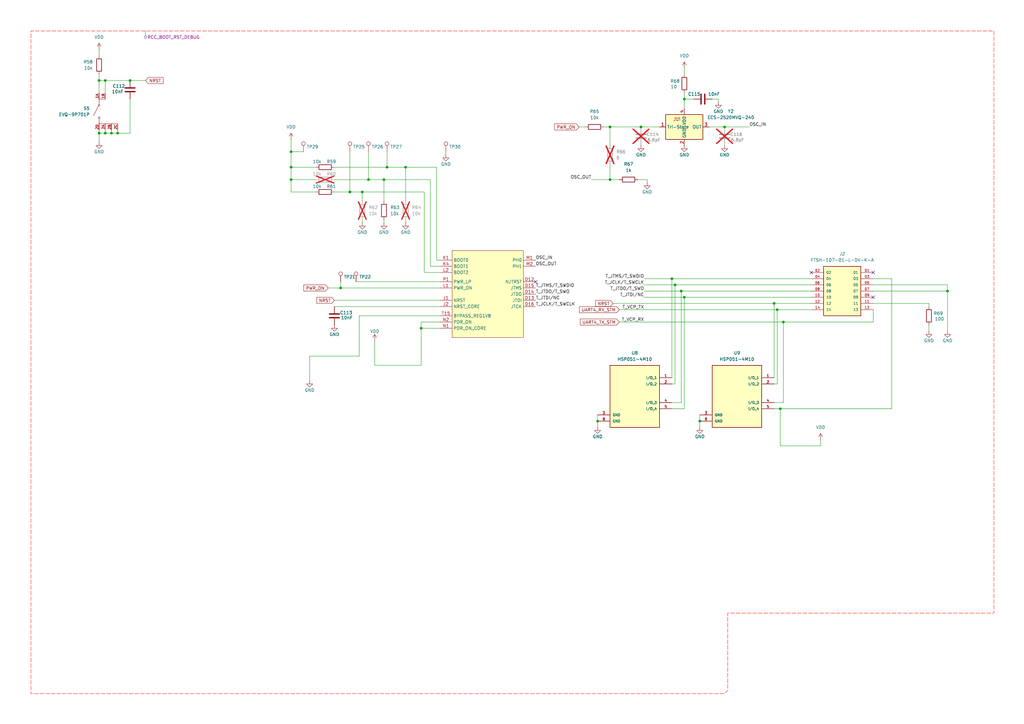
<source format=kicad_sch>
(kicad_sch (version 20250114) (generator "eeschema") (generator_version "9.0")
  (paper "A3")
  (title_block (comment 1 "Author: Mykola Grodskyi"))
  (junction (at 297.18 52.07))
  (junction (at 151.13 73.66))
  (junction (at 321.31 132.08))
  (junction (at 158.75 68.58))
  (junction (at 275.59 114.3))
  (junction (at 43.18 33.02))
  (junction (at 119.38 73.66))
  (junction (at 139.7 118.11))
  (junction (at 48.26 54.61))
  (junction (at 317.5 124.46))
  (junction (at 148.59 78.74))
  (junction (at 262.89 52.07))
  (junction (at 143.51 78.74))
  (junction (at 287.02 172.72))
  (junction (at 119.38 62.23))
  (junction (at 245.11 172.72))
  (junction (at 250.19 73.66))
  (junction (at 45.72 54.61))
  (junction (at 172.72 134.62))
  (junction (at 388.62 119.38))
  (junction (at 280.67 121.92))
  (junction (at 166.37 68.58))
  (junction (at 250.19 52.07))
  (junction (at 119.38 68.58))
  (junction (at 53.34 33.02))
  (junction (at 40.64 33.02))
  (junction (at 280.67 40.64))
  (junction (at 40.64 54.61))
  (junction (at 43.18 54.61))
  (junction (at 279.4 119.38))
  (junction (at 157.48 73.66))
  (junction (at 320.04 167.64))
  (junction (at 276.86 116.84))
  (junction (at 318.77 127))
  (no_connect (at 219.71 115.57))
  (no_connect (at 358.14 121.92))
  (no_connect (at 358.14 111.76))
  (no_connect (at 332.74 111.76))
  (wire (pts (xy 264.16 116.84) (xy 276.86 116.84)))
  (wire (pts (xy 250.19 67.31) (xy 250.19 73.66)))
  (wire (pts (xy 292.1 40.64) (xy 294.64 40.64)))
  (wire (pts (xy 317.5 157.48) (xy 318.77 157.48)))
  (wire (pts (xy 388.62 119.38) (xy 388.62 116.84)))
  (wire (pts (xy 317.5 124.46) (xy 317.5 154.94)))
  (wire (pts (xy 137.16 68.58) (xy 158.75 68.58)))
  (wire (pts (xy 53.34 33.02) (xy 59.69 33.02)))
  (wire (pts (xy 48.26 53.34) (xy 48.26 54.61)))
  (wire (pts (xy 247.65 52.07) (xy 250.19 52.07)))
  (wire (pts (xy 166.37 91.44) (xy 166.37 90.17)))
  (wire (pts (xy 264.16 121.92) (xy 280.67 121.92)))
  (wire (pts (xy 148.59 78.74) (xy 173.99 78.74)))
  (wire (pts (xy 147.32 146.05) (xy 147.32 129.54)))
  (wire (pts (xy 180.34 111.76) (xy 173.99 111.76)))
  (wire (pts (xy 358.14 114.3) (xy 365.76 114.3)))
  (wire (pts (xy 264.16 119.38) (xy 279.4 119.38)))
  (wire (pts (xy 53.34 54.61) (xy 53.34 40.64)))
  (wire (pts (xy 127 146.05) (xy 127 156.21)))
  (wire (pts (xy 43.18 38.1) (xy 43.18 33.02)))
  (wire (pts (xy 250.19 52.07) (xy 262.89 52.07)))
  (wire (pts (xy 40.64 54.61) (xy 40.64 58.42)))
  (wire (pts (xy 275.59 114.3) (xy 332.74 114.3)))
  (wire (pts (xy 137.16 78.74) (xy 143.51 78.74)))
  (wire (pts (xy 254 127) (xy 318.77 127)))
  (wire (pts (xy 151.13 73.66) (xy 157.48 73.66)))
  (wire (pts (xy 321.31 132.08) (xy 358.14 132.08)))
  (wire (pts (xy 317.5 167.64) (xy 320.04 167.64)))
  (wire (pts (xy 139.7 118.11) (xy 180.34 118.11)))
  (wire (pts (xy 254 73.66) (xy 250.19 73.66)))
  (wire (pts (xy 134.62 118.11) (xy 139.7 118.11)))
  (wire (pts (xy 320.04 182.88) (xy 320.04 167.64)))
  (wire (pts (xy 40.64 53.34) (xy 40.64 54.61)))
  (wire (pts (xy 172.72 132.08) (xy 172.72 134.62)))
  (wire (pts (xy 318.77 127) (xy 332.74 127)))
  (wire (pts (xy 40.64 33.02) (xy 40.64 38.1)))
  (wire (pts (xy 172.72 132.08) (xy 180.34 132.08)))
  (wire (pts (xy 275.59 114.3) (xy 275.59 154.94)))
  (wire (pts (xy 279.4 119.38) (xy 332.74 119.38)))
  (wire (pts (xy 147.32 129.54) (xy 180.34 129.54)))
  (wire (pts (xy 280.67 121.92) (xy 280.67 167.64)))
  (wire (pts (xy 245.11 170.18) (xy 245.11 172.72)))
  (wire (pts (xy 388.62 119.38) (xy 388.62 135.89)))
  (wire (pts (xy 172.72 134.62) (xy 172.72 149.86)))
  (wire (pts (xy 280.67 40.64) (xy 284.48 40.64)))
  (wire (pts (xy 381 135.89) (xy 381 133.35)))
  (wire (pts (xy 40.64 30.48) (xy 40.64 33.02)))
  (wire (pts (xy 43.18 54.61) (xy 45.72 54.61)))
  (wire (pts (xy 280.67 38.1) (xy 280.67 40.64)))
  (wire (pts (xy 275.59 165.1) (xy 279.4 165.1)))
  (wire (pts (xy 176.53 109.22) (xy 180.34 109.22)))
  (wire (pts (xy 40.64 54.61) (xy 43.18 54.61)))
  (wire (pts (xy 119.38 73.66) (xy 119.38 78.74)))
  (wire (pts (xy 173.99 111.76) (xy 173.99 78.74)))
  (wire (pts (xy 320.04 167.64) (xy 365.76 167.64)))
  (wire (pts (xy 381 125.73) (xy 381 124.46)))
  (wire (pts (xy 275.59 167.64) (xy 280.67 167.64)))
  (wire (pts (xy 320.04 182.88) (xy 336.55 182.88)))
  (wire (pts (xy 143.51 78.74) (xy 148.59 78.74)))
  (wire (pts (xy 43.18 33.02) (xy 53.34 33.02)))
  (wire (pts (xy 358.14 119.38) (xy 388.62 119.38)))
  (wire (pts (xy 242.57 73.66) (xy 250.19 73.66)))
  (wire (pts (xy 157.48 73.66) (xy 157.48 82.55)))
  (wire (pts (xy 358.14 116.84) (xy 388.62 116.84)))
  (wire (pts (xy 287.02 170.18) (xy 287.02 172.72)))
  (wire (pts (xy 45.72 53.34) (xy 45.72 54.61)))
  (wire (pts (xy 280.67 40.64) (xy 280.67 44.45)))
  (wire (pts (xy 321.31 132.08) (xy 321.31 165.1)))
  (wire (pts (xy 365.76 167.64) (xy 365.76 114.3)))
  (wire (pts (xy 280.67 27.94) (xy 280.67 30.48)))
  (wire (pts (xy 119.38 68.58) (xy 129.54 68.58)))
  (wire (pts (xy 336.55 180.34) (xy 336.55 182.88)))
  (wire (pts (xy 151.13 62.23) (xy 151.13 73.66)))
  (wire (pts (xy 157.48 73.66) (xy 176.53 73.66)))
  (wire (pts (xy 265.43 74.93) (xy 265.43 73.66)))
  (wire (pts (xy 48.26 54.61) (xy 53.34 54.61)))
  (wire (pts (xy 166.37 68.58) (xy 166.37 82.55)))
  (wire (pts (xy 182.88 63.5) (xy 182.88 62.23)))
  (wire (pts (xy 176.53 73.66) (xy 176.53 109.22)))
  (wire (pts (xy 275.59 157.48) (xy 276.86 157.48)))
  (wire (pts (xy 318.77 127) (xy 318.77 157.48)))
  (wire (pts (xy 290.83 52.07) (xy 297.18 52.07)))
  (wire (pts (xy 358.14 124.46) (xy 381 124.46)))
  (wire (pts (xy 45.72 54.61) (xy 48.26 54.61)))
  (wire (pts (xy 119.38 62.23) (xy 119.38 68.58)))
  (wire (pts (xy 139.7 115.57) (xy 139.7 118.11)))
  (wire (pts (xy 280.67 121.92) (xy 332.74 121.92)))
  (wire (pts (xy 279.4 119.38) (xy 279.4 165.1)))
  (wire (pts (xy 358.14 132.08) (xy 358.14 127)))
  (wire (pts (xy 119.38 68.58) (xy 119.38 73.66)))
  (wire (pts (xy 172.72 134.62) (xy 180.34 134.62)))
  (wire (pts (xy 180.34 106.68) (xy 179.07 106.68)))
  (wire (pts (xy 287.02 172.72) (xy 287.02 175.26)))
  (wire (pts (xy 143.51 62.23) (xy 143.51 78.74)))
  (wire (pts (xy 158.75 68.58) (xy 166.37 68.58)))
  (wire (pts (xy 119.38 73.66) (xy 129.54 73.66)))
  (wire (pts (xy 317.5 165.1) (xy 321.31 165.1)))
  (wire (pts (xy 119.38 78.74) (xy 129.54 78.74)))
  (wire (pts (xy 40.64 20.32) (xy 40.64 22.86)))
  (wire (pts (xy 137.16 123.19) (xy 180.34 123.19)))
  (wire (pts (xy 153.67 149.86) (xy 172.72 149.86)))
  (wire (pts (xy 317.5 124.46) (xy 332.74 124.46)))
  (wire (pts (xy 146.05 115.57) (xy 180.34 115.57)))
  (wire (pts (xy 276.86 116.84) (xy 332.74 116.84)))
  (wire (pts (xy 179.07 106.68) (xy 179.07 68.58)))
  (wire (pts (xy 43.18 53.34) (xy 43.18 54.61)))
  (wire (pts (xy 153.67 139.7) (xy 153.67 149.86)))
  (wire (pts (xy 251.46 124.46) (xy 317.5 124.46)))
  (wire (pts (xy 264.16 114.3) (xy 275.59 114.3)))
  (wire (pts (xy 119.38 57.15) (xy 119.38 62.23)))
  (wire (pts (xy 148.59 91.44) (xy 148.59 90.17)))
  (wire (pts (xy 137.16 73.66) (xy 151.13 73.66)))
  (wire (pts (xy 119.38 62.23) (xy 124.46 62.23)))
  (wire (pts (xy 179.07 68.58) (xy 166.37 68.58)))
  (wire (pts (xy 157.48 91.44) (xy 157.48 90.17)))
  (wire (pts (xy 158.75 62.23) (xy 158.75 68.58)))
  (wire (pts (xy 254 132.08) (xy 321.31 132.08)))
  (wire (pts (xy 40.64 33.02) (xy 43.18 33.02)))
  (wire (pts (xy 180.34 125.73) (xy 137.16 125.73)))
  (wire (pts (xy 250.19 52.07) (xy 250.19 59.69)))
  (wire (pts (xy 297.18 52.07) (xy 307.34 52.07)))
  (wire (pts (xy 127 146.05) (xy 147.32 146.05)))
  (wire (pts (xy 148.59 78.74) (xy 148.59 82.55)))
  (wire (pts (xy 265.43 73.66) (xy 261.62 73.66)))
  (wire (pts (xy 237.49 52.07) (xy 240.03 52.07)))
  (wire (pts (xy 245.11 172.72) (xy 245.11 175.26)))
  (wire (pts (xy 276.86 116.84) (xy 276.86 157.48)))
  (wire (pts (xy 294.64 41.91) (xy 294.64 40.64)))
  (wire (pts (xy 262.89 52.07) (xy 270.51 52.07)))
  (label "OSC_OUT" (at 219.71 109.22 0))
  (label "T_JTDO{slash}T_SWO" (at 219.71 120.65 0))
  (label "T_VCP_TX" (at 264.16 127 180))
  (label "T_JTMS{slash}T_SWDIO" (at 219.71 118.11 0))
  (label "T_JTDI{slash}NC" (at 264.16 121.92 180))
  (label "T_JTDO{slash}T_SWO" (at 264.16 119.38 180))
  (label "T_JCLK{slash}T_SWCLK" (at 264.16 116.84 180))
  (label "T_JTMS{slash}T_SWDIO" (at 264.16 114.3 180))
  (label "OSC_IN" (at 219.71 106.68 0))
  (label "T_JCLK{slash}T_SWCLK" (at 219.71 125.73 0))
  (label "T_VCP_RX" (at 264.16 132.08 180))
  (label "T_JTDI{slash}NC" (at 219.71 123.19 0))
  (label "OSC_IN" (at 307.34 52.07 0))
  (label "OSC_OUT" (at 242.57 73.66 180))
  (global_label "UART4_TX_STM" (shape input) (at 254 132.08 180) (property "Intersheetrefs" "${INTERSHEET_REFS}" (effects (hide yes))))
  (global_label "PWR_ON" (shape input) (at 134.62 118.11 180) (property "Intersheetrefs" "${INTERSHEET_REFS}" (effects (hide yes))))
  (global_label "NRST" (shape input) (at 137.16 123.19 180) (property "Intersheetrefs" "${INTERSHEET_REFS}" (effects (hide yes))))
  (global_label "NRST" (shape input) (at 251.46 124.46 180) (property "Intersheetrefs" "${INTERSHEET_REFS}" (effects (hide yes))))
  (global_label "NRST" (shape input) (at 59.69 33.02 0) (property "Intersheetrefs" "${INTERSHEET_REFS}" (effects (hide yes))))
  (global_label "UART4_RX_STM" (shape input) (at 254 127 180) (property "Intersheetrefs" "${INTERSHEET_REFS}" (effects (hide yes))))
  (global_label "PWR_ON" (shape input) (at 237.49 52.07 180) (property "Intersheetrefs" "${INTERSHEET_REFS}" (effects (hide yes))))
  (rule_area (polyline (pts (xy 407.67 12.7) (xy 407.67 251.46) (xy 298.45 251.46) (xy 298.45 283.21) (xy 297.18 284.48) (xy 12.7 284.48) (xy 12.7 12.7)) (stroke (width 0) (type dash))))
  (netclass_flag "" (length 2.54) (shape round) (at 59.69 12.7 180) (property "Netclass" "RCC_BOOT_RST_DEBUG" (at 60.3885 15.24 0) (effects (justify left))))
  (symbol (lib_id "Connector:TestPoint") (at 158.75 62.23 0) (unit 1)
    (property "Reference" "TP27" (at 160.02 60.198 0) (effects (justify left)))
    (property "Value" "TestPoint" (effects (hide yes)))
    (property "Footprint" "lib:TP_0.5" (effects (hide yes)))
    (property "Description" "test point" (effects (hide yes)))
  )
  (symbol (lib_id "Connector:TestPoint") (at 139.7 115.57 0) (unit 1)
    (property "Reference" "TP21" (at 140.97 113.538 0) (effects (justify left)))
    (property "Value" "TestPoint" (effects (hide yes)))
    (property "Footprint" "lib:TP_0.5" (effects (hide yes)))
    (property "Description" "test point" (effects (hide yes)))
  )
  (symbol (lib_id "Device:R") (at 257.81 73.66 90) (unit 1)
    (property "Reference" "R67" (at 257.81 67.31 90))
    (property "Value" "1k" (at 257.81 69.85 90))
    (property "Footprint" "Resistor_SMD:R_0402_1005Metric" (effects (hide yes)))
    (property "Description" "Resistor" (effects (hide yes)))
    (property "LCSC Part #" "C11702" (effects (hide yes)))
  )
  (symbol (lib_id "EVQ-9P701P:EVQ-9P701P") (at 40.64 45.72 90) (mirror x) (unit 1)
    (property "Reference" "S5" (at 36.83 44.4499 90) (effects (justify left)))
    (property "Value" "EVQ-9P701P" (at 36.83 46.9899 90) (effects (justify left)))
    (property "Footprint" "lib:SW_EVQ-9P701P" (effects (hide yes)))
    (property "MF" "Panasonic Electronic Components" (effects (hide yes)))
    (property "MAXIMUM_PACKAGE_HEIGHT" "1.35mm" (effects (hide yes)))
    (property "Package" "None" (effects (hide yes)))
    (property "Price" "None" (effects (hide yes)))
    (property "Check_prices" "https://www.snapeda.com/parts/EVQ-9P701P/Panasonic+Electronic+Components/view-part/?ref=eda" (effects (hide yes)))
    (property "STANDARD" "Manufacturer Recommendations" (effects (hide yes)))
    (property "PARTREV" "N/A" (effects (hide yes)))
    (property "SnapEDA_Link" "https://www.snapeda.com/parts/EVQ-9P701P/Panasonic+Electronic+Components/view-part/?ref=snap" (effects (hide yes)))
    (property "MP" "EVQ-9P701P" (effects (hide yes)))
    (property "Description_1" "Tactile Switch SPST-NO Side Actuated Surface Mount, Right Angle" (effects (hide yes)))
    (property "Availability" "In Stock" (effects (hide yes)))
    (property "MANUFACTURER" "Panasonic" (effects (hide yes)))
  )
  (symbol (lib_id "power:GND") (at 294.64 41.91 0) (unit 1)
    (property "Reference" "#PWR0144" (effects (hide yes)))
    (property "Value" "GND" (at 294.64 45.72 0))
    (property "Description" "Power symbol creates a global label with name \"GND\" , ground" (effects (hide yes)))
  )
  (symbol (lib_id "power:GND") (at 388.62 135.89 0) (mirror y) (unit 1)
    (property "Reference" "#PWR0148" (effects (hide yes)))
    (property "Value" "GND" (at 388.62 139.7 0))
    (property "Description" "Power symbol creates a global label with name \"GND\" , ground" (effects (hide yes)))
  )
  (symbol (lib_id "HSP051-4M10:HSP051-4M10") (at 260.35 162.56 0) (mirror y) (unit 1)
    (property "Reference" "U8" (at 260.35 144.78 0))
    (property "Value" "HSP051-4M10" (at 260.35 147.32 0))
    (property "Footprint" "lib:IC_HSP051-4M10" (effects (hide yes)))
    (property "MF" "STMicroelectronics" (effects (hide yes)))
    (property "MAXIMUM_PACKAGE_HEIGHT" "0.5mm" (effects (hide yes)))
    (property "Package" "UQFN-10 STMicroelectronics" (effects (hide yes)))
    (property "Description_1" "10V Clamp 1A (8/20µs) Ipp Tvs Diode Surface Mount 10-UQFN (2.5x1)" (effects (hide yes)))
    (property "MANUFACTURER" "STMicroelectronics" (effects (hide yes)))
    (property "Mouser P/N" "511-HSP051-4M10" (effects (hide yes)))
    (property "LCSC Part #" "C1973641" (effects (hide yes)))
    (property "REC P/N" " HSP051-4M10" (effects (hide yes)))
  )
  (symbol (lib_id "power:GND") (at 297.18 59.69 0) (unit 1)
    (property "Reference" "#PWR0145" (effects (hide yes)))
    (property "Value" "GND" (at 297.18 63.5 0))
    (property "Description" "Power symbol creates a global label with name \"GND\" , ground" (effects (hide yes)))
  )
  (symbol (lib_id "Device:R") (at 40.64 26.67 0) (mirror x) (unit 1)
    (property "Reference" "R58" (at 38.1 25.3999 0) (effects (justify right)))
    (property "Value" "10k" (at 38.1 27.9399 0) (effects (justify right)))
    (property "Footprint" "Resistor_SMD:R_0402_1005Metric" (effects (hide yes)))
    (property "Description" "Resistor" (effects (hide yes)))
    (property "LCSC Part #" "C25744" (effects (hide yes)))
  )
  (symbol (lib_id "Device:R") (at 157.48 86.36 0) (unit 1)
    (property "Reference" "R63" (at 160.02 85.0899 0) (effects (justify left)))
    (property "Value" "10k" (at 160.02 87.6299 0) (effects (justify left)))
    (property "Footprint" "Resistor_SMD:R_0402_1005Metric" (effects (hide yes)))
    (property "Description" "Resistor" (effects (hide yes)))
    (property "LCSC Part #" "C25744" (effects (hide yes)))
  )
  (symbol (lib_id "power:+36V") (at 280.67 27.94 0) (unit 1)
    (property "Reference" "#PWR0141" (effects (hide yes)))
    (property "Value" "VDD" (at 280.67 22.86 0))
    (property "Description" "Power symbol creates a global label with name \"+36V\"" (effects (hide yes)))
  )
  (symbol (lib_id "power:+36V") (at 336.55 180.34 0) (mirror y) (unit 1)
    (property "Reference" "#PWR0147" (effects (hide yes)))
    (property "Value" "VDD" (at 336.55 175.26 0))
    (property "Description" "Power symbol creates a global label with name \"+36V\"" (effects (hide yes)))
  )
  (symbol (lib_id "power:GND") (at 127 156.21 0) (unit 1)
    (property "Reference" "#PWR0132" (effects (hide yes)))
    (property "Value" "GND" (at 127 160.02 0))
    (property "Description" "Power symbol creates a global label with name \"GND\" , ground" (effects (hide yes)))
  )
  (symbol (lib_id "Connector:TestPoint") (at 143.51 62.23 0) (unit 1)
    (property "Reference" "TP25" (at 144.78 60.198 0) (effects (justify left)))
    (property "Value" "TestPoint" (effects (hide yes)))
    (property "Footprint" "lib:TP_0.5" (effects (hide yes)))
    (property "Description" "test point" (effects (hide yes)))
  )
  (symbol (lib_id "Device:R") (at 250.19 63.5 180) (unit 1) (dnp yes)
    (property "Reference" "R66" (at 252.73 62.2299 0) (effects (justify right)))
    (property "Value" "0" (at 252.73 64.7699 0) (effects (justify right)))
    (property "Footprint" "Resistor_SMD:R_0402_1005Metric" (effects (hide yes)))
    (property "Description" "Resistor" (effects (hide yes)))
    (property "LCSC Part #" "C17168" (effects (hide yes)))
  )
  (symbol (lib_id "Oscillator:ECS-2520MV-xxx-xx") (at 280.67 52.07 0) (unit 1)
    (property "Reference" "Y2" (at 299.72 45.6498 0))
    (property "Value" "ECS-2520MVQ-240" (at 299.72 48.1898 0))
    (property "Footprint" "Oscillator:Oscillator_SMD_ECS_2520MV-xxx-xx-4Pin_2.5x2.0mm" (effects (hide yes)))
    (property "Datasheet" "https://www.ecsxtal.com/store/pdf/ECS-2520MV.pdf" (effects (hide yes)))
    (property "Description" "HCMOS Crystal Clock Oscillator, 2.5x2.0 mm SMD" (effects (hide yes)))
    (property "Mouser P/N" "520-E2520MVQ240BSTR" (effects (hide yes)))
    (property "REC P/N" "ECS-2520MVQ-240-BS-TR" (effects (hide yes)))
  )
  (symbol (lib_id "power:+36V") (at 40.64 20.32 0) (mirror y) (unit 1)
    (property "Reference" "#PWR0129" (effects (hide yes)))
    (property "Value" "VDD" (at 40.64 15.24 0))
    (property "Description" "Power symbol creates a global label with name \"+36V\"" (effects (hide yes)))
  )
  (symbol (lib_id "Device:R") (at 166.37 86.36 180) (unit 1) (dnp yes)
    (property "Reference" "R64" (at 168.91 85.0899 0) (effects (justify right)))
    (property "Value" "10k" (at 168.91 87.6299 0) (effects (justify right)))
    (property "Footprint" "Resistor_SMD:R_0402_1005Metric" (effects (hide yes)))
    (property "Description" "Resistor" (effects (hide yes)))
    (property "LCSC Part #" "C25744" (effects (hide yes)))
  )
  (symbol (lib_id "HSP051-4M10:HSP051-4M10") (at 302.26 162.56 0) (mirror y) (unit 1)
    (property "Reference" "U9" (at 302.26 144.78 0))
    (property "Value" "HSP051-4M10" (at 302.26 147.32 0))
    (property "Footprint" "lib:IC_HSP051-4M10" (effects (hide yes)))
    (property "MF" "STMicroelectronics" (effects (hide yes)))
    (property "MAXIMUM_PACKAGE_HEIGHT" "0.5mm" (effects (hide yes)))
    (property "Package" "UQFN-10 STMicroelectronics" (effects (hide yes)))
    (property "Description_1" "10V Clamp 1A (8/20µs) Ipp Tvs Diode Surface Mount 10-UQFN (2.5x1)" (effects (hide yes)))
    (property "MANUFACTURER" "STMicroelectronics" (effects (hide yes)))
    (property "Mouser P/N" "511-HSP051-4M10" (effects (hide yes)))
    (property "LCSC Part #" "C1973641" (effects (hide yes)))
    (property "REC P/N" " HSP051-4M10" (effects (hide yes)))
  )
  (symbol (lib_id "power:GND") (at 148.59 91.44 0) (unit 1)
    (property "Reference" "#PWR0134" (effects (hide yes)))
    (property "Value" "GND" (at 148.59 95.25 0))
    (property "Description" "Power symbol creates a global label with name \"GND\" , ground" (effects (hide yes)))
  )
  (symbol (lib_id "power:GND") (at 157.48 91.44 0) (unit 1)
    (property "Reference" "#PWR0136" (effects (hide yes)))
    (property "Value" "GND" (at 157.48 95.25 0))
    (property "Description" "Power symbol creates a global label with name \"GND\" , ground" (effects (hide yes)))
  )
  (symbol (lib_id "Device:R") (at 243.84 52.07 90) (unit 1)
    (property "Reference" "R65" (at 243.84 45.72 90))
    (property "Value" "10k" (at 243.84 48.26 90))
    (property "Footprint" "Resistor_SMD:R_0402_1005Metric" (effects (hide yes)))
    (property "Description" "Resistor" (effects (hide yes)))
    (property "LCSC Part #" "C25744" (effects (hide yes)))
  )
  (symbol (lib_id "Device:R") (at 280.67 34.29 180) (unit 1)
    (property "Reference" "R68" (at 276.86 33.274 0))
    (property "Value" "10" (at 276.352 35.56 0))
    (property "Footprint" "Resistor_SMD:R_0402_1005Metric" (effects (hide yes)))
    (property "Description" "Resistor" (effects (hide yes)))
    (property "LCSC Part #" "C25077" (effects (hide yes)))
  )
  (symbol (lib_id "power:+36V") (at 153.67 139.7 0) (mirror y) (unit 1)
    (property "Reference" "#PWR0135" (effects (hide yes)))
    (property "Value" "VDD" (at 153.67 135.89 0))
    (property "Description" "Power symbol creates a global label with name \"+36V\"" (effects (hide yes)))
  )
  (symbol (lib_id "Connector:TestPoint") (at 124.46 62.23 0) (unit 1)
    (property "Reference" "TP29" (at 125.73 60.198 0) (effects (justify left)))
    (property "Value" "TestPoint" (effects (hide yes)))
    (property "Footprint" "lib:TP_0.5" (effects (hide yes)))
    (property "Description" "test point" (effects (hide yes)))
  )
  (symbol (lib_id "Connector:TestPoint") (at 182.88 62.23 0) (unit 1)
    (property "Reference" "TP30" (at 184.15 60.198 0) (effects (justify left)))
    (property "Value" "TestPoint" (effects (hide yes)))
    (property "Footprint" "lib:TP_0.5" (effects (hide yes)))
    (property "Description" "test point" (effects (hide yes)))
  )
  (symbol (lib_id "Device:R") (at 148.59 86.36 180) (unit 1) (dnp yes)
    (property "Reference" "R62" (at 151.13 85.0899 0) (effects (justify right)))
    (property "Value" "10k" (at 151.13 87.6299 0) (effects (justify right)))
    (property "Footprint" "Resistor_SMD:R_0402_1005Metric" (effects (hide yes)))
    (property "Description" "Resistor" (effects (hide yes)))
    (property "LCSC Part #" "C25744" (effects (hide yes)))
  )
  (symbol (lib_id "power:GND") (at 381 135.89 0) (mirror y) (unit 1)
    (property "Reference" "#PWR0146" (effects (hide yes)))
    (property "Value" "GND" (at 381 139.7 0))
    (property "Description" "Power symbol creates a global label with name \"GND\" , ground" (effects (hide yes)))
  )
  (symbol (lib_id "power:GND") (at 262.89 59.69 0) (unit 1)
    (property "Reference" "#PWR0139" (effects (hide yes)))
    (property "Value" "GND" (at 262.89 63.5 0))
    (property "Description" "Power symbol creates a global label with name \"GND\" , ground" (effects (hide yes)))
  )
  (symbol (lib_id "Device:C") (at 53.34 36.83 0) (mirror x) (unit 1)
    (property "Reference" "C112" (at 48.768 35.306 0))
    (property "Value" "10nF" (at 48.26 37.592 0))
    (property "Footprint" "lib:C_0402_small" (effects (hide yes)))
    (property "Description" "Unpolarized capacitor" (effects (hide yes)))
    (property "Mouser P/N" "81-GRM155R71C103KA1J" (effects (hide yes)))
    (property "LCSC Part #" "C15195" (effects (hide yes)))
    (property "REC P/N" " GRM155R71C103KA01J" (effects (hide yes)))
  )
  (symbol (lib_id "power:GND") (at 245.11 175.26 0) (mirror y) (unit 1)
    (property "Reference" "#PWR0138" (effects (hide yes)))
    (property "Value" "GND" (at 245.11 179.07 0))
    (property "Description" "Power symbol creates a global label with name \"GND\" , ground" (effects (hide yes)))
  )
  (symbol (lib_id "power:GND") (at 166.37 91.44 0) (unit 1)
    (property "Reference" "#PWR0137" (effects (hide yes)))
    (property "Value" "GND" (at 166.37 95.25 0))
    (property "Description" "Power symbol creates a global label with name \"GND\" , ground" (effects (hide yes)))
  )
  (symbol (lib_id "power:+36V") (at 119.38 57.15 0) (mirror y) (unit 1)
    (property "Reference" "#PWR0131" (effects (hide yes)))
    (property "Value" "VDD" (at 119.38 52.07 0))
    (property "Description" "Power symbol creates a global label with name \"+36V\"" (effects (hide yes)))
  )
  (symbol (lib_id "power:GND") (at 137.16 133.35 0) (unit 1)
    (property "Reference" "#PWR0133" (effects (hide yes)))
    (property "Value" "GND" (at 137.16 137.16 0))
    (property "Description" "Power symbol creates a global label with name \"GND\" , ground" (effects (hide yes)))
  )
  (symbol (lib_id "Device:R") (at 381 129.54 0) (mirror x) (unit 1)
    (property "Reference" "R69" (at 384.81 128.524 0))
    (property "Value" "100" (at 385.318 130.81 0))
    (property "Footprint" "Resistor_SMD:R_0402_1005Metric" (effects (hide yes)))
    (property "Description" "Resistor" (effects (hide yes)))
    (property "LCSC Part #" "C25076" (effects (hide yes)))
  )
  (symbol (lib_id "Device:R") (at 133.35 68.58 270) (unit 1)
    (property "Reference" "R59" (at 135.89 66.294 90))
    (property "Value" "10k" (at 130.048 66.294 90))
    (property "Footprint" "Resistor_SMD:R_0402_1005Metric" (effects (hide yes)))
    (property "Description" "Resistor" (effects (hide yes)))
    (property "LCSC Part #" "C25744" (effects (hide yes)))
  )
  (symbol (lib_id "New_Library:STM32MP157FABx") (at 201.93 114.3 0) (unit 5)
    (property "Reference" "U4" (effects (hide yes)))
    (property "Value" "STM32MP157FABx" (effects (hide yes)))
    (property "Footprint" "lib:ST_LFBGA-354_16x16mm_Layout19x19_P0.8mm" (effects (hide yes)))
    (property "Datasheet" "https://www.st.com/resource/en/datasheet/stm32mp157f.pdf" (effects (hide yes)))
    (property "Description" "STMicroelectronics Arm Cortex-A7 MCU, 0KB flash, 708KB RAM, 98 GPIO, LFBGA354" (effects (hide yes)))
    (property "LCSC Part #" "C1236734" (effects (hide yes)))
  )
  (symbol (lib_id "Connector:TestPoint") (at 146.05 115.57 0) (unit 1)
    (property "Reference" "TP22" (at 147.32 113.538 0) (effects (justify left)))
    (property "Value" "TestPoint" (effects (hide yes)))
    (property "Footprint" "lib:TP_0.5" (effects (hide yes)))
    (property "Description" "test point" (effects (hide yes)))
  )
  (symbol (lib_id "FTSH-107-01-L-DV-K-A:FTSH-107-01-L-DV-K-A") (at 345.44 119.38 0) (mirror y) (unit 1)
    (property "Reference" "J2" (at 345.45 104.14 0))
    (property "Value" "FTSH-107-01-L-DV-K-A" (at 345.45 106.68 0))
    (property "Footprint" "lib:SAMTEC_FTSH-107-01-L-DV-K-A" (effects (hide yes)))
    (property "MF" "Samtec Inc." (effects (hide yes)))
    (property "MAXIMUM_PACKAGE_HEIGHT" "6.23mm" (effects (hide yes)))
    (property "Package" "None" (effects (hide yes)))
    (property "Price" "None" (effects (hide yes)))
    (property "Check_prices" "https://www.snapeda.com/parts/FTSH-107-01-L-DV-K-A/Samtec+Inc./view-part/?ref=eda" (effects (hide yes)))
    (property "STANDARD" "Manufacturer Recommendation" (effects (hide yes)))
    (property "PARTREV" "H" (effects (hide yes)))
    (property "SnapEDA_Link" "https://www.snapeda.com/parts/FTSH-107-01-L-DV-K-A/Samtec+Inc./view-part/?ref=snap" (effects (hide yes)))
    (property "MP" "FTSH-107-01-L-DV-K-A" (effects (hide yes)))
    (property "Description_1" "Connector Header Surface Mount 14 position 0.050 (1.27mm)" (effects (hide yes)))
    (property "Availability" "In Stock" (effects (hide yes)))
    (property "MANUFACTURER" "Samtec" (effects (hide yes)))
  )
  (symbol (lib_id "power:GND") (at 287.02 175.26 0) (mirror y) (unit 1)
    (property "Reference" "#PWR0143" (effects (hide yes)))
    (property "Value" "GND" (at 287.02 179.07 0))
    (property "Description" "Power symbol creates a global label with name \"GND\" , ground" (effects (hide yes)))
  )
  (symbol (lib_id "Device:C") (at 137.16 129.54 180) (unit 1)
    (property "Reference" "C113" (at 141.986 128.27 0))
    (property "Value" "10nF" (at 142.24 130.302 0))
    (property "Footprint" "lib:C_0402_small" (effects (hide yes)))
    (property "Description" "Unpolarized capacitor" (effects (hide yes)))
    (property "Mouser P/N" "81-GRM155R71C103KA1J" (effects (hide yes)))
    (property "LCSC Part #" "C15195" (effects (hide yes)))
    (property "REC P/N" " GRM155R71C103KA01J" (effects (hide yes)))
  )
  (symbol (lib_id "Connector:TestPoint") (at 151.13 62.23 0) (unit 1)
    (property "Reference" "TP26" (at 152.4 60.198 0) (effects (justify left)))
    (property "Value" "TestPoint" (effects (hide yes)))
    (property "Footprint" "lib:TP_0.5" (effects (hide yes)))
    (property "Description" "test point" (effects (hide yes)))
  )
  (symbol (lib_id "Device:R") (at 133.35 78.74 270) (unit 1)
    (property "Reference" "R61" (at 135.89 76.454 90))
    (property "Value" "10k" (at 130.048 76.454 90))
    (property "Footprint" "Resistor_SMD:R_0402_1005Metric" (effects (hide yes)))
    (property "Description" "Resistor" (effects (hide yes)))
    (property "LCSC Part #" "C25744" (effects (hide yes)))
  )
  (symbol (lib_id "Device:C") (at 297.18 55.88 180) (unit 1) (dnp yes)
    (property "Reference" "C116" (at 302.006 55.118 0))
    (property "Value" "6.8pF" (at 302.514 57.404 0))
    (property "Footprint" "lib:C_0402_small" (effects (hide yes)))
    (property "Description" "Unpolarized capacitor" (effects (hide yes)))
    (property "LCSC Part #" "C88896" (effects (hide yes)))
  )
  (symbol (lib_id "Device:R") (at 133.35 73.66 270) (unit 1) (dnp yes)
    (property "Reference" "R60" (at 135.89 71.374 90))
    (property "Value" "10k" (at 130.048 71.374 90))
    (property "Footprint" "Resistor_SMD:R_0402_1005Metric" (effects (hide yes)))
    (property "Description" "Resistor" (effects (hide yes)))
    (property "LCSC Part #" "C25744" (effects (hide yes)))
  )
  (symbol (lib_id "power:GND") (at 182.88 63.5 0) (unit 1)
    (property "Reference" "#PWR0157" (effects (hide yes)))
    (property "Value" "GND" (at 182.88 67.31 0))
    (property "Description" "Power symbol creates a global label with name \"GND\" , ground" (effects (hide yes)))
  )
  (symbol (lib_id "power:GND") (at 40.64 58.42 0) (mirror y) (unit 1)
    (property "Reference" "#PWR0130" (effects (hide yes)))
    (property "Value" "GND" (at 40.64 62.23 0))
    (property "Description" "Power symbol creates a global label with name \"GND\" , ground" (effects (hide yes)))
  )
  (symbol (lib_id "power:GND") (at 265.43 74.93 0) (unit 1)
    (property "Reference" "#PWR0140" (effects (hide yes)))
    (property "Value" "GND" (at 265.43 78.74 0))
    (property "Description" "Power symbol creates a global label with name \"GND\" , ground" (effects (hide yes)))
  )
  (symbol (lib_id "power:GND") (at 280.67 59.69 0) (unit 1)
    (property "Reference" "#PWR0142" (effects (hide yes)))
    (property "Value" "GND" (at 280.67 63.5 0))
    (property "Description" "Power symbol creates a global label with name \"GND\" , ground" (effects (hide yes)))
  )
  (symbol (lib_id "Device:C") (at 288.29 40.64 90) (unit 1)
    (property "Reference" "C115" (at 284.734 38.608 90))
    (property "Value" "10nF" (at 292.862 38.608 90))
    (property "Footprint" "lib:C_0402_small" (effects (hide yes)))
    (property "Description" "Unpolarized capacitor" (effects (hide yes)))
    (property "Mouser P/N" "81-GRM155R71C103KA1J" (effects (hide yes)))
    (property "LCSC Part #" "C15195" (effects (hide yes)))
    (property "REC P/N" " GRM155R71C103KA01J" (effects (hide yes)))
  )
  (symbol (lib_id "Device:C") (at 262.89 55.88 180) (unit 1) (dnp yes)
    (property "Reference" "C114" (at 267.716 55.118 0))
    (property "Value" "6.8pF" (at 268.224 57.404 0))
    (property "Footprint" "lib:C_0402_small" (effects (hide yes)))
    (property "Description" "Unpolarized capacitor" (effects (hide yes)))
    (property "LCSC Part #" "C88896" (effects (hide yes)))
  )
)
</source>
